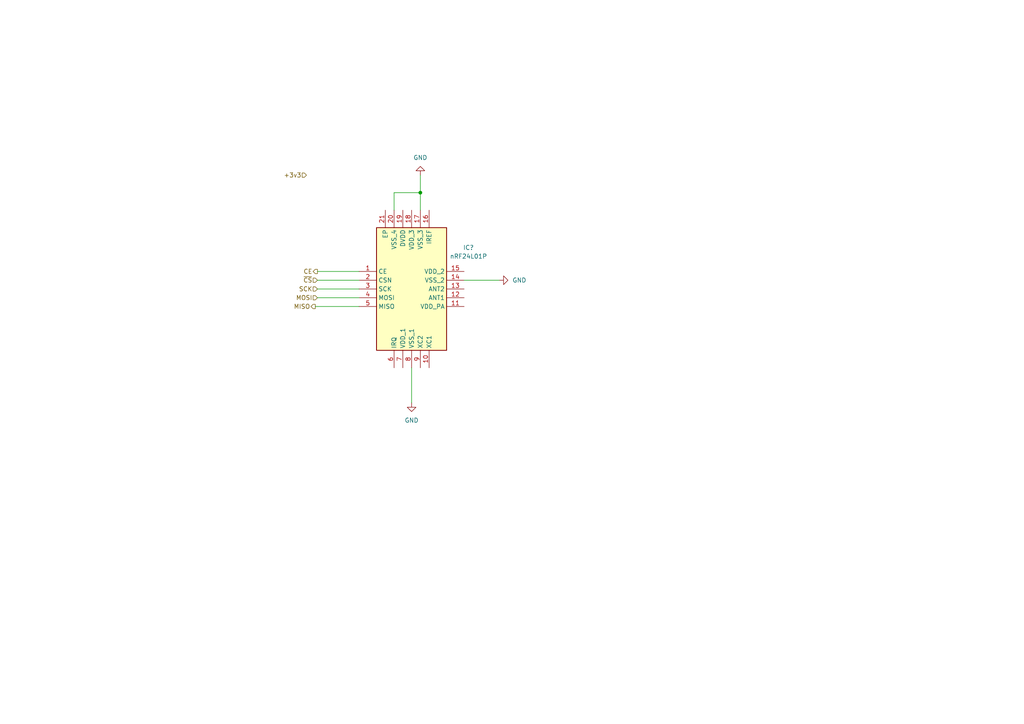
<source format=kicad_sch>
(kicad_sch (version 20230121) (generator eeschema)
  (paper "A4")
  (lib_symbols
    (symbol "Downloads:nRF24L01P"
      (property "Reference" "IC" (at 26.67 17.78 0))
      (property "Value" "nRF24L01P" (at 26.67 15.24 0))
      (symbol "nRF24L01P_1_1"
        (rectangle (start 5.08 12.7) (end 25.4 -22.86) (stroke (width 0.254)) (fill (type background)))
        (pin passive line (at 0 0 0) (length 5.08) (name "CE") (number "1"))
        (pin passive line (at 20.32 -27.94 90) (length 5.08) (name "XC1") (number "10"))
        (pin power_in line (at 30.48 -10.16 180) (length 5.08) (name "VDD_PA") (number "11"))
        (pin passive line (at 30.48 -7.62 180) (length 5.08) (name "ANT1") (number "12"))
        (pin passive line (at 30.48 -5.08 180) (length 5.08) (name "ANT2") (number "13"))
        (pin power_in line (at 30.48 -2.54 180) (length 5.08) (name "VSS_2") (number "14"))
        (pin power_in line (at 30.48 0 180) (length 5.08) (name "VDD_2") (number "15"))
        (pin input line (at 20.32 17.78 270) (length 5.08) (name "IREF") (number "16"))
        (pin power_in line (at 17.78 17.78 270) (length 5.08) (name "VSS_3") (number "17"))
        (pin power_in line (at 15.24 17.78 270) (length 5.08) (name "VDD_3") (number "18"))
        (pin power_in line (at 12.7 17.78 270) (length 5.08) (name "DVDD") (number "19"))
        (pin input line (at 0 -2.54 0) (length 5.08) (name "CSN") (number "2"))
        (pin power_in line (at 10.16 17.78 270) (length 5.08) (name "VSS_4") (number "20"))
        (pin passive line (at 7.62 17.78 270) (length 5.08) (name "EP") (number "21"))
        (pin passive line (at 0 -5.08 0) (length 5.08) (name "SCK") (number "3"))
        (pin passive line (at 0 -7.62 0) (length 5.08) (name "MOSI") (number "4"))
        (pin passive line (at 0 -10.16 0) (length 5.08) (name "MISO") (number "5"))
        (pin passive line (at 10.16 -27.94 90) (length 5.08) (name "IRQ") (number "6"))
        (pin power_in line (at 12.7 -27.94 90) (length 5.08) (name "VDD_1") (number "7"))
        (pin power_in line (at 15.24 -27.94 90) (length 5.08) (name "VSS_1") (number "8"))
        (pin passive line (at 17.78 -27.94 90) (length 5.08) (name "XC2") (number "9"))
      )
    )
    (symbol "power:GND" (power) (pin_names (offset 0))
      (property "Value" "GND" (at 0 -3.81 0))
      (symbol "GND_0_1"
        (polyline (pts (xy 0 0) (xy 0 -1.27) (xy 1.27 -1.27) (xy 0 -2.54) (xy -1.27 -1.27) (xy 0 -1.27)))
      )
      (symbol "GND_1_1"
        (pin power_in line (at 0 0 270) (length 0) hide (name "GND") (number "1"))
      )
    )
  )
  (junction (at 121.92 55.88))
  (wire (pts (xy 121.92 50.8) (xy 121.92 55.88)))
  (wire (pts (xy 92.075 83.82) (xy 104.14 83.82)))
  (wire (pts (xy 91.44 88.9) (xy 104.14 88.9)))
  (wire (pts (xy 114.3 55.88) (xy 114.3 60.96)))
  (wire (pts (xy 119.38 106.68) (xy 119.38 116.84)))
  (wire (pts (xy 121.92 55.88) (xy 114.3 55.88)))
  (wire (pts (xy 121.92 55.88) (xy 121.92 60.96)))
  (wire (pts (xy 92.075 81.28) (xy 104.14 81.28)))
  (wire (pts (xy 92.075 86.36) (xy 104.14 86.36)))
  (wire (pts (xy 134.62 81.28) (xy 144.78 81.28)))
  (wire (pts (xy 92.075 78.74) (xy 104.14 78.74)))
  (hierarchical_label "MOSI" (shape input) (at 92.075 86.36 180))
  (hierarchical_label "+3v3" (shape input) (at 88.9 50.8 180))
  (hierarchical_label "SCK" (shape input) (at 92.075 83.82 180))
  (hierarchical_label "~{CS}" (shape input) (at 92.075 81.28 180))
  (hierarchical_label "MISO" (shape output) (at 91.44 88.9 180))
  (hierarchical_label "CE" (shape output) (at 92.075 78.74 180))
  (symbol (lib_id "power:GND") (at 121.92 50.8 180) (unit 1)
    (property "Reference" "#PWR09" (effects hide))
    (property "Value" "GND" (at 121.92 45.72 0))
    (instances (project "FlipperRP2040_DevBoard" (path "" (reference "#PWR09") (unit 1)) (path "" (reference "#PWR012") (unit 1))))
  )
  (symbol (lib_id "power:GND") (at 144.78 81.28 90) (unit 1)
    (property "Reference" "#PWR09" (effects hide))
    (property "Value" "GND" (at 148.59 81.28 90) (effects (justify right)))
    (instances (project "FlipperRP2040_DevBoard" (path "" (reference "#PWR09") (unit 1)) (path "" (reference "#PWR021") (unit 1))))
  )
  (symbol (lib_id "Downloads:nRF24L01P") (at 104.14 78.74 0) (unit 1)
    (property "Reference" "IC?" (at 135.89 71.8119 0))
    (property "Value" "nRF24L01P" (at 135.89 74.3519 0))
    (property "Footprint" "QFN50P400X400X95-21N-D" (effects hide))
    (property "Height" "0.95" (effects hide))
    (property "Manufacturer_Name" "Nordic Semiconductor" (effects hide))
    (property "Manufacturer_Part_Number" "nRF24L01P" (effects hide))
    (property "Mouser Part Number" "949-NRF24L01P" (effects hide))
    (property "Mouser Price/Stock" "https://www.mouser.co.uk/ProductDetail/Nordic-Semiconductor/NRF24L01P?qs=yqaQSyyJnNiKlgjT8AqoOw%3D%3D" (effects hide))
  )
  (symbol (lib_id "power:GND") (at 119.38 116.84 0) (unit 1)
    (property "Reference" "#PWR09" (effects hide))
    (property "Value" "GND" (at 119.38 121.92 0))
    (instances (project "FlipperRP2040_DevBoard" (path "" (reference "#PWR09") (unit 1)) (path "" (reference "#PWR020") (unit 1))))
  )
)
</source>
